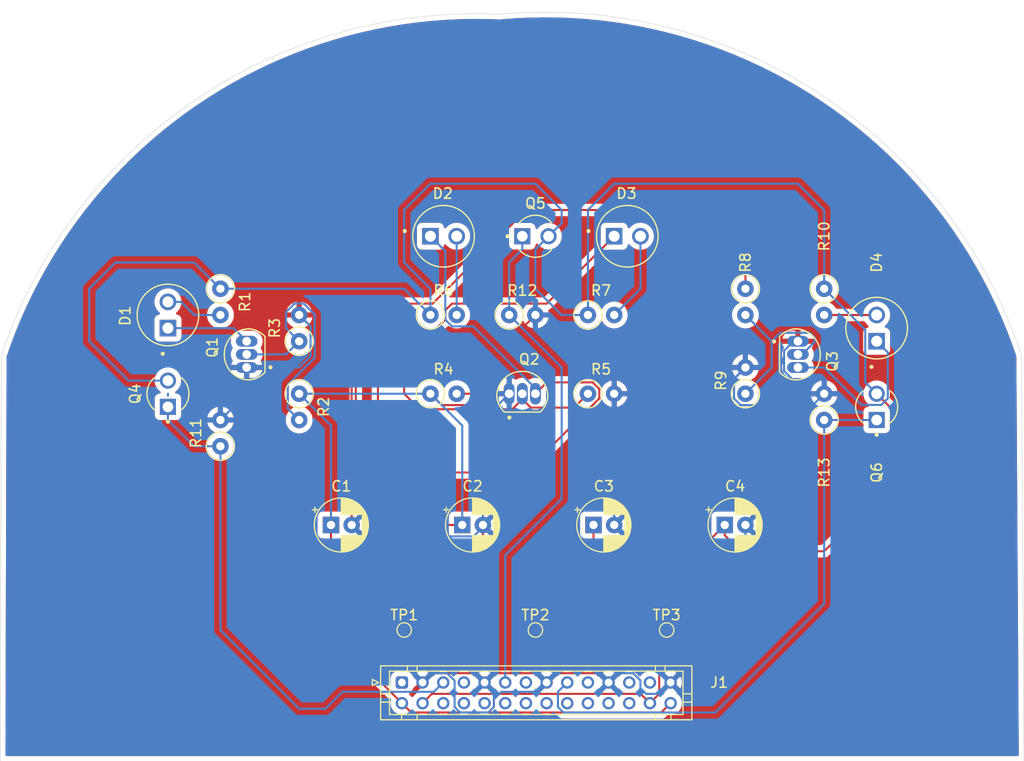
<source format=kicad_pcb>
(kicad_pcb (version 20221018) (generator pcbnew)
  (title_block (title "Micromouse Project (Sensing)") (date "2024-03-23") (rev "0") (comment 1 "@author: Kwanele Mabanga") (comment 2 "@version: 1"))
  (layers (0 "F.Cu" signal) (31 "B.Cu" signal) (34 "B.Paste" user) (35 "F.Paste" user) (36 "B.SilkS" user "B.Silkscreen") (37 "F.SilkS" user "F.Silkscreen") (38 "B.Mask" user) (39 "F.Mask" user) (44 "Edge.Cuts" user))
  (net 0 "")
  (net 1 "+3V3")
  (net 2 "GND")
  (net 3 "+BATT")
  (net 4 "Net-(D1-PadC)")
  (net 5 "Net-(D1-PadA)")
  (net 6 "Net-(D2-PadC)")
  (net 7 "Net-(D2-PadA)")
  (net 8 "Net-(D3-PadA)")
  (net 9 "Net-(D4-PadC)")
  (net 10 "Net-(D4-PadA)")
  (net 12 "/PA3")
  (net 17 "/PA5")
  (net 22 "/PA7")
  (net 30 "Net-(Q1-Pad2)")
  (net 31 "Net-(Q2-Pad2)")
  (net 32 "Net-(Q3-Pad2)")
  (footprint "Connector_JST:JST_PHD_B28B-PHDSS_2x14_P2.00mm_Vertical" (layer "F.Cu") (at 132.844365 101.6)
    (fp_text reference "J1" (at 30.7 0) (layer "F.SilkS"))
    (fp_text value "Conn_02x14_Top_Bottom")
    (pad "1" thru_hole roundrect (at 0 0) (size 1.2 1.2) (drill 0.75) (layers "*.Cu" "*.Mask") (roundrect_rratio 0.2083333333))
    (pad "2" thru_hole circle (at 0 2) (size 1.2 1.2) (drill 0.75) (layers "*.Cu" "*.Mask") (net 1 "+3V3"))
    (pad "3" thru_hole circle (at 2 0) (size 1.2 1.2) (drill 0.75) (layers "*.Cu" "*.Mask") (net 2 "GND"))
    (pad "4" thru_hole circle (at 2 2) (size 1.2 1.2) (drill 0.75) (layers "*.Cu" "*.Mask") (net 3 "+BATT"))
    (pad "5" thru_hole circle (at 4 0) (size 1.2 1.2) (drill 0.75) (layers "*.Cu" "*.Mask") (net 12 "/PA3"))
    (pad "6" thru_hole circle (at 4 2) (size 1.2 1.2) (drill 0.75) (layers "*.Cu" "*.Mask"))
    (pad "7" thru_hole circle (at 6 0) (size 1.2 1.2) (drill 0.75) (layers "*.Cu" "*.Mask"))
    (pad "8" thru_hole circle (at 6 2) (size 1.2 1.2) (drill 0.75) (layers "*.Cu" "*.Mask"))
    (pad "9" thru_hole circle (at 8 0) (size 1.2 1.2) (drill 0.75) (layers "*.Cu" "*.Mask") (net 2 "GND"))
    (pad "10" thru_hole circle (at 8 2) (size 1.2 1.2) (drill 0.75) (layers "*.Cu" "*.Mask"))
    (pad "11" thru_hole circle (at 10 0) (size 1.2 1.2) (drill 0.75) (layers "*.Cu" "*.Mask") (net 17 "/PA5"))
    (pad "12" thru_hole circle (at 10 2) (size 1.2 1.2) (drill 0.75) (layers "*.Cu" "*.Mask"))
    (pad "13" thru_hole circle (at 12 0) (size 1.2 1.2) (drill 0.75) (layers "*.Cu" "*.Mask"))
    (pad "14" thru_hole circle (at 12 2) (size 1.2 1.2) (drill 0.75) (layers "*.Cu" "*.Mask"))
    (pad "15" thru_hole circle (at 14 0) (size 1.2 1.2) (drill 0.75) (layers "*.Cu" "*.Mask") (net 2 "GND"))
    (pad "16" thru_hole circle (at 14 2) (size 1.2 1.2) (drill 0.75) (layers "*.Cu" "*.Mask"))
    (pad "17" thru_hole circle (at 16 0) (size 1.2 1.2) (drill 0.75) (layers "*.Cu" "*.Mask") (net 22 "/PA7"))
    (pad "18" thru_hole circle (at 16 2) (size 1.2 1.2) (drill 0.75) (layers "*.Cu" "*.Mask"))
    (pad "19" thru_hole circle (at 18 0) (size 1.2 1.2) (drill 0.75) (layers "*.Cu" "*.Mask"))
    (pad "20" thru_hole circle (at 18 2) (size 1.2 1.2) (drill 0.75) (layers "*.Cu" "*.Mask"))
    (pad "21" thru_hole circle (at 20 0) (size 1.2 1.2) (drill 0.75) (layers "*.Cu" "*.Mask") (net 2 "GND"))
    (pad "22" thru_hole circle (at 20 2) (size 1.2 1.2) (drill 0.75) (layers "*.Cu" "*.Mask"))
    (pad "23" thru_hole circle (at 22 0) (size 1.2 1.2) (drill 0.75) (layers "*.Cu" "*.Mask"))
    (pad "24" thru_hole circle (at 22 2) (size 1.2 1.2) (drill 0.75) (layers "*.Cu" "*.Mask"))
    (pad "25" thru_hole circle (at 24 0) (size 1.2 1.2) (drill 0.75) (layers "*.Cu" "*.Mask"))
    (pad "26" thru_hole circle (at 24 2) (size 1.2 1.2) (drill 0.75) (layers "*.Cu" "*.Mask") (net 3 "+BATT"))
    (pad "27" thru_hole circle (at 26 0) (size 1.2 1.2) (drill 0.75) (layers "*.Cu" "*.Mask") (net 2 "GND"))
    (pad "28" thru_hole circle (at 26 2) (size 1.2 1.2) (drill 0.75) (layers "*.Cu" "*.Mask") (net 1 "+3V3"))
  )
  (footprint "TestPoint:TestPoint_Pad_D1.0mm" (layer "F.Cu") (at 158.464365 96.52)
    (fp_text reference "TP3" (at 0 -1.448) (layer "F.SilkS"))
    (fp_text value "BATT")
    (pad "1" smd circle (at 0 0) (size 1 1) (layers "F.Cu" "F.Mask") (net 3 "+BATT"))
  )
  (footprint "TEFT4300:XDCR_TEFT4300" (layer "F.Cu") (at 178.784365 74.93 90)
    (fp_text reference "Q6" (at -6.35 0 90) (layer "F.SilkS"))
    (fp_text value "TEFT4300")
    (pad "C" thru_hole circle (at 1.27 0 90) (size 1.56 1.56) (drill 1.04) (layers "*.Cu" "*.Mask") (net 3 "+BATT"))
    (pad "E" thru_hole rect (at -1.27 0 90) (size 1.56 1.56) (drill 1.04) (layers "*.Cu" "*.Mask") (net 22 "/PA7"))
  )
  (footprint "2N3904:TO92127P495H495-3" (layer "F.Cu") (at 144.494365 73.66)
    (fp_text reference "Q2" (at 0.675 -3.33) (layer "F.SilkS"))
    (fp_text value "2N3904")
    (pad "1" thru_hole oval (at -1.27 0) (size 1.04 2.08) (drill 0.84) (layers "*.Cu" "*.Mask") (net 2 "GND"))
    (pad "2" thru_hole oval (at 0 0) (size 1.04 2.08) (drill 0.84) (layers "*.Cu" "*.Mask") (net 31 "Net-(Q2-Pad2)"))
    (pad "3" thru_hole oval (at 1.27 0) (size 1.04 2.08) (drill 0.84) (layers "*.Cu" "*.Mask") (net 6 "Net-(D2-PadC)"))
  )
  (footprint "Resistor_THT:R_Axial_DIN0207_L6.3mm_D2.5mm_P2.54mm_Vertical" (layer "F.Cu") (at 143.224365 66.04)
    (fp_text reference "R12" (at 1.27 -2.37) (layer "F.SilkS"))
    (fp_text value "10k")
    (pad "1" thru_hole circle (at 0 0) (size 1.6 1.6) (drill 0.8) (layers "*.Cu" "*.Mask") (net 17 "/PA5"))
    (pad "2" thru_hole oval (at 2.54 0) (size 1.6 1.6) (drill 0.8) (layers "*.Cu" "*.Mask") (net 2 "GND"))
  )
  (footprint "Resistor_THT:R_Axial_DIN0207_L6.3mm_D2.5mm_P2.54mm_Vertical" (layer "F.Cu") (at 150.844365 66.04)
    (fp_text reference "R7" (at 1.27 -2.37) (layer "F.SilkS"))
    (fp_text value "220")
    (pad "1" thru_hole circle (at 0 0) (size 1.6 1.6) (drill 0.8) (layers "*.Cu" "*.Mask") (net 3 "+BATT"))
    (pad "2" thru_hole oval (at 2.54 0) (size 1.6 1.6) (drill 0.8) (layers "*.Cu" "*.Mask") (net 8 "Net-(D3-PadA)"))
  )
  (footprint "Resistor_THT:R_Axial_DIN0207_L6.3mm_D2.5mm_P2.54mm_Vertical" (layer "F.Cu") (at 115.284365 78.74 90)
    (fp_text reference "R11" (at 1.27 -2.37 90) (layer "F.SilkS"))
    (fp_text value "10k")
    (pad "1" thru_hole circle (at 0 0 90) (size 1.6 1.6) (drill 0.8) (layers "*.Cu" "*.Mask") (net 12 "/PA3"))
    (pad "2" thru_hole oval (at 2.54 0 90) (size 1.6 1.6) (drill 0.8) (layers "*.Cu" "*.Mask") (net 2 "GND"))
  )
  (footprint "Capacitor_THT:CP_Radial_D5.0mm_P2.00mm" (layer "F.Cu") (at 164.084365 86.36)
    (fp_text reference "C4" (at 1 -3.75) (layer "F.SilkS"))
    (fp_text value "4.7u")
    (pad "1" thru_hole rect (at 0 0) (size 1.6 1.6) (drill 0.8) (layers "*.Cu" "*.Mask") (net 3 "+BATT"))
    (pad "2" thru_hole circle (at 2 0) (size 1.6 1.6) (drill 0.8) (layers "*.Cu" "*.Mask") (net 2 "GND"))
  )
  (footprint "Capacitor_THT:CP_Radial_D5.0mm_P2.00mm" (layer "F.Cu") (at 125.984365 86.36)
    (fp_text reference "C1" (at 1 -3.75) (layer "F.SilkS"))
    (fp_text value "4.7u")
    (pad "1" thru_hole rect (at 0 0) (size 1.6 1.6) (drill 0.8) (layers "*.Cu" "*.Mask") (net 1 "+3V3"))
    (pad "2" thru_hole circle (at 2 0) (size 1.6 1.6) (drill 0.8) (layers "*.Cu" "*.Mask") (net 2 "GND"))
  )
  (footprint "TSAL6200:LEDRD254W55D595H900" (layer "F.Cu") (at 136.874365 58.42)
    (fp_text reference "D2" (at -0.075 -4.135) (layer "F.SilkS"))
    (fp_text value "TSAL6200")
    (pad "A" thru_hole circle (at 1.27 0) (size 1.61 1.61) (drill 1.07) (layers "*.Cu" "*.Mask") (net 7 "Net-(D2-PadA)"))
    (pad "C" thru_hole rect (at -1.27 0) (size 1.61 1.61) (drill 1.07) (layers "*.Cu" "*.Mask") (net 6 "Net-(D2-PadC)"))
  )
  (footprint "Resistor_THT:R_Axial_DIN0207_L6.3mm_D2.5mm_P2.54mm_Vertical" (layer "F.Cu") (at 135.604365 73.66)
    (fp_text reference "R4" (at 1.27 -2.37) (layer "F.SilkS"))
    (fp_text value "100")
    (pad "1" thru_hole circle (at 0 0) (size 1.6 1.6) (drill 0.8) (layers "*.Cu" "*.Mask") (net 1 "+3V3"))
    (pad "2" thru_hole oval (at 2.54 0) (size 1.6 1.6) (drill 0.8) (layers "*.Cu" "*.Mask") (net 31 "Net-(Q2-Pad2)"))
  )
  (footprint "Resistor_THT:R_Axial_DIN0207_L6.3mm_D2.5mm_P2.54mm_Vertical" (layer "F.Cu") (at 122.904365 68.58 90)
    (fp_text reference "R3" (at 1.27 -2.37 90) (layer "F.SilkS"))
    (fp_text value "10k")
    (pad "1" thru_hole circle (at 0 0 90) (size 1.6 1.6) (drill 0.8) (layers "*.Cu" "*.Mask") (net 30 "Net-(Q1-Pad2)"))
    (pad "2" thru_hole oval (at 2.54 0 90) (size 1.6 1.6) (drill 0.8) (layers "*.Cu" "*.Mask") (net 2 "GND"))
  )
  (footprint "2N3904:TO92127P495H495-3" (layer "F.Cu") (at 117.824365 69.85 90)
    (fp_text reference "Q1" (at 0.675 -3.33 90) (layer "F.SilkS"))
    (fp_text value "2N3904")
    (pad "1" thru_hole oval (at -1.27 0 90) (size 1.04 2.08) (drill 0.84) (layers "*.Cu" "*.Mask") (net 2 "GND"))
    (pad "2" thru_hole oval (at 0 0 90) (size 1.04 2.08) (drill 0.84) (layers "*.Cu" "*.Mask") (net 30 "Net-(Q1-Pad2)"))
    (pad "3" thru_hole oval (at 1.27 0 90) (size 1.04 2.08) (drill 0.84) (layers "*.Cu" "*.Mask") (net 4 "Net-(D1-PadC)"))
  )
  (footprint "Resistor_THT:R_Axial_DIN0207_L6.3mm_D2.5mm_P2.54mm_Vertical" (layer "F.Cu") (at 166.084365 63.5 -90)
    (fp_text reference "R8" (at -2.54 0 90) (layer "F.SilkS"))
    (fp_text value "100")
    (pad "1" thru_hole circle (at 0 0 270) (size 1.6 1.6) (drill 0.8) (layers "*.Cu" "*.Mask") (net 1 "+3V3"))
    (pad "2" thru_hole oval (at 2.54 0 270) (size 1.6 1.6) (drill 0.8) (layers "*.Cu" "*.Mask") (net 32 "Net-(Q3-Pad2)"))
  )
  (footprint "2N3904:TO92127P495H495-3" (layer "F.Cu") (at 171.164365 69.85 -90)
    (fp_text reference "Q3" (at 0.675 -3.33 90) (layer "F.SilkS"))
    (fp_text value "2N3904")
    (pad "1" thru_hole oval (at -1.27 0 270) (size 1.04 2.08) (drill 0.84) (layers "*.Cu" "*.Mask") (net 2 "GND"))
    (pad "2" thru_hole oval (at 0 0 270) (size 1.04 2.08) (drill 0.84) (layers "*.Cu" "*.Mask") (net 32 "Net-(Q3-Pad2)"))
    (pad "3" thru_hole oval (at 1.27 0 270) (size 1.04 2.08) (drill 0.84) (layers "*.Cu" "*.Mask") (net 9 "Net-(D4-PadC)"))
  )
  (footprint "TestPoint:TestPoint_Pad_D1.0mm" (layer "F.Cu") (at 145.764365 96.52)
    (fp_text reference "TP2" (at 0 -1.448) (layer "F.SilkS"))
    (fp_text value "GND")
    (pad "1" smd circle (at 0 0) (size 1 1) (layers "F.Cu" "F.Mask") (net 2 "GND"))
  )
  (footprint "Resistor_THT:R_Axial_DIN0207_L6.3mm_D2.5mm_P2.54mm_Vertical" (layer "F.Cu") (at 122.904365 73.66 -90)
    (fp_text reference "R2" (at 1.27 -2.37 90) (layer "F.SilkS"))
    (fp_text value "100")
    (pad "1" thru_hole circle (at 0 0 270) (size 1.6 1.6) (drill 0.8) (layers "*.Cu" "*.Mask") (net 1 "+3V3"))
    (pad "2" thru_hole oval (at 2.54 0 270) (size 1.6 1.6) (drill 0.8) (layers "*.Cu" "*.Mask") (net 30 "Net-(Q1-Pad2)"))
  )
  (footprint "TSAL6200:LEDRD254W55D595H900" (layer "F.Cu") (at 154.654365 58.42)
    (fp_text reference "D3" (at -0.075 -4.135) (layer "F.SilkS"))
    (fp_text value "TSAL6200")
    (pad "A" thru_hole circle (at 1.27 0) (size 1.61 1.61) (drill 1.07) (layers "*.Cu" "*.Mask") (net 8 "Net-(D3-PadA)"))
    (pad "C" thru_hole rect (at -1.27 0) (size 1.61 1.61) (drill 1.07) (layers "*.Cu" "*.Mask") (net 6 "Net-(D2-PadC)"))
  )
  (footprint "Resistor_THT:R_Axial_DIN0207_L6.3mm_D2.5mm_P2.54mm_Vertical" (layer "F.Cu") (at 173.704365 76.2 90)
    (fp_text reference "R13" (at -5.08 0 90) (layer "F.SilkS"))
    (fp_text value "10k")
    (pad "1" thru_hole circle (at 0 0 90) (size 1.6 1.6) (drill 0.8) (layers "*.Cu" "*.Mask") (net 22 "/PA7"))
    (pad "2" thru_hole oval (at 2.54 0 90) (size 1.6 1.6) (drill 0.8) (layers "*.Cu" "*.Mask") (net 2 "GND"))
  )
  (footprint "TSAL6200:LEDRD254W55D595H900" (layer "F.Cu") (at 110.204365 66.04 90)
    (fp_text reference "D1" (at -0.075 -4.135 90) (layer "F.SilkS"))
    (fp_text value "TSAL6200")
    (pad "A" thru_hole circle (at 1.27 0 90) (size 1.61 1.61) (drill 1.07) (layers "*.Cu" "*.Mask") (net 5 "Net-(D1-PadA)"))
    (pad "C" thru_hole rect (at -1.27 0 90) (size 1.61 1.61) (drill 1.07) (layers "*.Cu" "*.Mask") (net 4 "Net-(D1-PadC)"))
  )
  (footprint "Resistor_THT:R_Axial_DIN0207_L6.3mm_D2.5mm_P2.54mm_Vertical" (layer "F.Cu") (at 115.284365 63.5 -90)
    (fp_text reference "R1" (at 1.27 -2.37 90) (layer "F.SilkS"))
    (fp_text value "220")
    (pad "1" thru_hole circle (at 0 0 270) (size 1.6 1.6) (drill 0.8) (layers "*.Cu" "*.Mask") (net 3 "+BATT"))
    (pad "2" thru_hole oval (at 2.54 0 270) (size 1.6 1.6) (drill 0.8) (layers "*.Cu" "*.Mask") (net 5 "Net-(D1-PadA)"))
  )
  (footprint "Resistor_THT:R_Axial_DIN0207_L6.3mm_D2.5mm_P2.54mm_Vertical" (layer "F.Cu") (at 173.704365 63.5 -90)
    (fp_text reference "R10" (at -5.08 0 90) (layer "F.SilkS"))
    (fp_text value "220")
    (pad "1" thru_hole circle (at 0 0 270) (size 1.6 1.6) (drill 0.8) (layers "*.Cu" "*.Mask") (net 3 "+BATT"))
    (pad "2" thru_hole oval (at 2.54 0 270) (size 1.6 1.6) (drill 0.8) (layers "*.Cu" "*.Mask") (net 10 "Net-(D4-PadA)"))
  )
  (footprint "TestPoint:TestPoint_Pad_D1.0mm" (layer "F.Cu") (at 133.064365 96.52)
    (fp_text reference "TP1" (at 0 -1.448) (layer "F.SilkS"))
    (fp_text value "3v3")
    (pad "1" smd circle (at 0 0) (size 1 1) (layers "F.Cu" "F.Mask") (net 1 "+3V3"))
  )
  (footprint "Capacitor_THT:CP_Radial_D5.0mm_P2.00mm" (layer "F.Cu") (at 138.684365 86.36)
    (fp_text reference "C2" (at 1 -3.75) (layer "F.SilkS"))
    (fp_text value "0.1u")
    (pad "1" thru_hole rect (at 0 0) (size 1.6 1.6) (drill 0.8) (layers "*.Cu" "*.Mask") (net 1 "+3V3"))
    (pad "2" thru_hole circle (at 2 0) (size 1.6 1.6) (drill 0.8) (layers "*.Cu" "*.Mask") (net 2 "GND"))
  )
  (footprint "TSAL6200:LEDRD254W55D595H900" (layer "F.Cu") (at 178.784365 67.31 90)
    (fp_text reference "D4" (at 6.35 0 90) (layer "F.SilkS"))
    (fp_text value "TSAL6200")
    (pad "A" thru_hole circle (at 1.27 0 90) (size 1.61 1.61) (drill 1.07) (layers "*.Cu" "*.Mask") (net 10 "Net-(D4-PadA)"))
    (pad "C" thru_hole rect (at -1.27 0 90) (size 1.61 1.61) (drill 1.07) (layers "*.Cu" "*.Mask") (net 9 "Net-(D4-PadC)"))
  )
  (footprint "TEFT4300:XDCR_TEFT4300" (layer "F.Cu") (at 110.204365 73.66 90)
    (fp_text reference "Q4" (at 0 -3.175 90) (layer "F.SilkS"))
    (fp_text value "TEFT4300")
    (pad "C" thru_hole circle (at 1.27 0 90) (size 1.56 1.56) (drill 1.04) (layers "*.Cu" "*.Mask") (net 3 "+BATT"))
    (pad "E" thru_hole rect (at -1.27 0 90) (size 1.56 1.56) (drill 1.04) (layers "*.Cu" "*.Mask") (net 12 "/PA3"))
  )
  (footprint "Capacitor_THT:CP_Radial_D5.0mm_P2.00mm" (layer "F.Cu") (at 151.384365 86.36)
    (fp_text reference "C3" (at 1 -3.75) (layer "F.SilkS"))
    (fp_text value "0.1u")
    (pad "1" thru_hole rect (at 0 0) (size 1.6 1.6) (drill 0.8) (layers "*.Cu" "*.Mask") (net 3 "+BATT"))
    (pad "2" thru_hole circle (at 2 0) (size 1.6 1.6) (drill 0.8) (layers "*.Cu" "*.Mask") (net 2 "GND"))
  )
  (footprint "Resistor_THT:R_Axial_DIN0207_L6.3mm_D2.5mm_P2.54mm_Vertical" (layer "F.Cu") (at 150.844365 73.66)
    (fp_text reference "R5" (at 1.27 -2.37) (layer "F.SilkS"))
    (fp_text value "10k")
    (pad "1" thru_hole circle (at 0 0) (size 1.6 1.6) (drill 0.8) (layers "*.Cu" "*.Mask") (net 31 "Net-(Q2-Pad2)"))
    (pad "2" thru_hole oval (at 2.54 0) (size 1.6 1.6) (drill 0.8) (layers "*.Cu" "*.Mask") (net 2 "GND"))
  )
  (footprint "TEFT4300:XDCR_TEFT4300" (layer "F.Cu") (at 145.764365 58.42)
    (fp_text reference "Q5" (at 0 -3.175) (layer "F.SilkS"))
    (fp_text value "TEFT4300")
    (pad "C" thru_hole circle (at 1.27 0) (size 1.56 1.56) (drill 1.04) (layers "*.Cu" "*.Mask") (net 3 "+BATT"))
    (pad "E" thru_hole rect (at -1.27 0) (size 1.56 1.56) (drill 1.04) (layers "*.Cu" "*.Mask") (net 17 "/PA5"))
  )
  (footprint "Resistor_THT:R_Axial_DIN0207_L6.3mm_D2.5mm_P2.54mm_Vertical" (layer "F.Cu") (at 135.604365 66.04)
    (fp_text reference "R6" (at 1.27 -2.37) (layer "F.SilkS"))
    (fp_text value "220")
    (pad "1" thru_hole circle (at 0 0) (size 1.6 1.6) (drill 0.8) (layers "*.Cu" "*.Mask") (net 3 "+BATT"))
    (pad "2" thru_hole oval (at 2.54 0) (size 1.6 1.6) (drill 0.8) (layers "*.Cu" "*.Mask") (net 7 "Net-(D2-PadA)"))
  )
  (footprint "Resistor_THT:R_Axial_DIN0207_L6.3mm_D2.5mm_P2.54mm_Vertical" (layer "F.Cu") (at 166.084365 73.66 90)
    (fp_text reference "R9" (at 1.27 -2.37 90) (layer "F.SilkS"))
    (fp_text value "10k")
    (pad "1" thru_hole circle (at 0 0 90) (size 1.6 1.6) (drill 0.8) (layers "*.Cu" "*.Mask") (net 32 "Net-(Q3-Pad2)"))
    (pad "2" thru_hole oval (at 2.54 0 90) (size 1.6 1.6) (drill 0.8) (layers "*.Cu" "*.Mask") (net 2 "GND"))
  )
  (gr_line (start 93.98 109.22) (end 193.04 109.22) (stroke (width 0.05)) (layer "Edge.Cuts"))
  (gr_arc (start 142.280014 36.944902) (mid 173.288139 44.645712) (end 192.800388 69.945484) (stroke (width 0.05)) (layer "Edge.Cuts"))
  (gr_line (start 94.089293 69.995669) (end 93.98 109.22) (stroke (width 0.05)) (layer "Edge.Cuts"))
  (gr_line (start 193.04 109.22) (end 192.800388 69.945484) (stroke (width 0.05)) (layer "Edge.Cuts"))
  (gr_arc (start 94.089293 69.995669) (mid 112.635855 45.379684) (end 142.280014 36.944902) (stroke (width 0.05)) (layer "Edge.Cuts"))
  (segment (start 110.204365 73.66) (end 110.204365 73.85) (width 0.2) (layer "B.Cu") (net 0))
  (segment (start 136.704365 74.76) (end 135.604365 73.66) (width 0.2) (layer "F.Cu") (net 1))
  (segment (start 133.744365 104.5) (end 157.944365 104.5) (width 0.2) (layer "F.Cu") (net 1))
  (segment (start 157.944365 104.5) (end 158.844365 103.6) (width 0.2) (layer "F.Cu") (net 1))
  (segment (start 131.624365 64.94) (end 128.384365 68.18) (width 0.2) (layer "F.Cu") (net 1))
  (segment (start 135.814365 64.94) (end 131.624365 64.94) (width 0.2) (layer "F.Cu") (net 1))
  (segment (start 139.584365 74.76) (end 136.704365 74.76) (width 0.2) (layer "F.Cu") (net 1))
  (segment (start 128.384365 79.14) (end 135.604365 86.36) (width 0.2) (layer "F.Cu") (net 1))
  (segment (start 135.604365 86.36) (end 138.684365 86.36) (width 0.2) (layer "F.Cu") (net 1))
  (segment (start 144.874365 55.88) (end 135.814365 64.94) (width 0.2) (layer "F.Cu") (net 1))
  (segment (start 133.064365 96.52) (end 130.524365 99.06) (width 0.2) (layer "F.Cu") (net 1))
  (segment (start 130.524365 101.28) (end 132.844365 103.6) (width 0.2) (layer "F.Cu") (net 1))
  (segment (start 163.544365 55.88) (end 144.874365 55.88) (width 0.2) (layer "F.Cu") (net 1))
  (segment (start 125.984365 94.52) (end 125.984365 86.36) (width 0.2) (layer "F.Cu") (net 1))
  (segment (start 132.844365 103.6) (end 133.744365 104.5) (width 0.2) (layer "F.Cu") (net 1))
  (segment (start 130.524365 99.06) (end 125.984365 94.52) (width 0.2) (layer "F.Cu") (net 1))
  (segment (start 166.084365 63.5) (end 166.084365 58.42) (width 0.2) (layer "F.Cu") (net 1))
  (segment (start 166.084365 58.42) (end 163.544365 55.88) (width 0.2) (layer "F.Cu") (net 1))
  (segment (start 128.384365 68.18) (end 128.384365 79.14) (width 0.2) (layer "F.Cu") (net 1))
  (segment (start 130.524365 99.06) (end 130.524365 101.28) (width 0.2) (layer "F.Cu") (net 1))
  (segment (start 138.684365 86.36) (end 138.684365 76.74) (width 0.2) (layer "B.Cu") (net 1))
  (segment (start 125.984365 76.74) (end 125.984365 86.36) (width 0.2) (layer "B.Cu") (net 1))
  (segment (start 138.684365 76.74) (end 135.604365 73.66) (width 0.2) (layer "B.Cu") (net 1))
  (segment (start 122.904365 73.66) (end 135.604365 73.66) (width 0.2) (layer "B.Cu") (net 1))
  (segment (start 122.904365 73.66) (end 125.984365 76.74) (width 0.2) (layer "B.Cu") (net 1))
  (segment (start 135.744365 100.7) (end 139.944365 100.7) (width 0.2) (layer "F.Cu") (net 2))
  (segment (start 122.904365 66.04) (end 127.984365 71.12) (width 0.2) (layer "F.Cu") (net 2))
  (segment (start 127.984365 71.12) (end 127.984365 86.36) (width 0.2) (layer "F.Cu") (net 2))
  (segment (start 147.744365 100.7) (end 151.944365 100.7) (width 0.2) (layer "F.Cu") (net 2))
  (segment (start 146.844365 101.6) (end 148.304365 100.14) (width 0.2) (layer "F.Cu") (net 2))
  (segment (start 150.844365 83.82) (end 151.975735 83.82) (width 0.2) (layer "F.Cu") (net 2))
  (segment (start 151.975735 83.82) (end 153.384365 85.22863) (width 0.2) (layer "F.Cu") (net 2))
  (segment (start 134.844365 101.6) (end 135.744365 100.7) (width 0.2) (layer "F.Cu") (net 2))
  (segment (start 140.684365 91.44) (end 145.764365 96.52) (width 0.2) (layer "F.Cu") (net 2))
  (segment (start 143.224365 68.58) (end 143.224365 73.66) (width 0.2) (layer "F.Cu") (net 2))
  (segment (start 151.944365 100.7) (end 152.844365 101.6) (width 0.2) (layer "F.Cu") (net 2))
  (segment (start 145.944365 100.7) (end 146.844365 101.6) (width 0.2) (layer "F.Cu") (net 2))
  (segment (start 145.764365 96.52) (end 145.764365 100.52) (width 0.2) (layer "F.Cu") (net 2))
  (segment (start 140.684365 86.36) (end 140.684365 91.44) (width 0.2) (layer "F.Cu") (net 2))
  (segment (start 145.764365 100.52) (end 146.844365 101.6) (width 0.2) (layer "F.Cu") (net 2))
  (segment (start 148.304365 86.36) (end 150.844365 83.82) (width 0.2) (layer "F.Cu") (net 2))
  (segment (start 148.304365 100.14) (end 148.304365 86.36) (width 0.2) (layer "F.Cu") (net 2))
  (segment (start 153.384365 85.22863) (end 153.384365 86.36) (width 0.2) (layer "F.Cu") (net 2))
  (segment (start 139.944365 100.7) (end 140.844365 101.6) (width 0.2) (layer "F.Cu") (net 2))
  (segment (start 146.844365 101.6) (end 147.744365 100.7) (width 0.2) (layer "F.Cu") (net 2))
  (segment (start 141.744365 100.7) (end 145.944365 100.7) (width 0.2) (layer "F.Cu") (net 2))
  (segment (start 140.844365 101.6) (end 141.744365 100.7) (width 0.2) (layer "F.Cu") (net 2))
  (segment (start 145.764365 66.04) (end 143.224365 68.58) (width 0.2) (layer "F.Cu") (net 2))
  (segment (start 139.784365 87.46) (end 140.684365 86.56) (width 0.2) (layer "B.Cu") (net 2))
  (segment (start 153.384365 86.36) (end 155.924365 88.9) (width 0.2) (layer "B.Cu") (net 2))
  (segment (start 140.684365 86.36) (end 140.684365 76.2) (width 0.2) (layer "B.Cu") (net 2))
  (segment (start 135.744365 100.7) (end 137.217158 100.7) (width 0.2) (layer "B.Cu") (net 2))
  (segment (start 124.004365 70.02) (end 122.904365 71.12) (width 0.2) (layer "B.Cu") (net 2))
  (segment (start 164.984365 72.22) (end 164.984365 74.115635) (width 0.2) (layer "B.Cu") (net 2))
  (segment (start 140.684365 76.2) (end 143.224365 73.66) (width 0.2) (layer "B.Cu") (net 2))
  (segment (start 124.004365 67.14) (end 124.004365 70.02) (width 0.2) (layer "B.Cu") (net 2))
  (segment (start 172.02471 73.66) (end 169.824365 71.459655) (width 0.2) (layer "B.Cu") (net 2))
  (segment (start 122.904365 66.04) (end 124.004365 67.14) (width 0.2) (layer "B.Cu") (net 2))
  (segment (start 153.744365 100.7) (end 155.217158 100.7) (width 0.2) (layer "B.Cu") (net 2))
  (segment (start 166.084365 71.12) (end 164.984365 72.22) (width 0.2) (layer "B.Cu") (net 2))
  (segment (start 141.744365 103.227207) (end 142.471572 102.5) (width 0.2) (layer "B.Cu") (net 2))
  (segment (start 117.824365 73.66) (end 115.284365 76.2) (width 0.2) (layer "B.Cu") (net 2))
  (segment (start 137.944365 103.972793) (end 138.471572 104.5) (width 0.2) (layer "B.Cu") (net 2))
  (segment (start 172.604365 74.76) (end 173.704365 73.66) (width 0.2) (layer "B.Cu") (net 2))
  (segment (start 117.824365 71.12) (end 117.824365 73.66) (width 0.2) (layer "B.Cu") (net 2))
  (segment (start 157.744365 102.7) (end 158.844365 101.6) (width 0.2) (layer "B.Cu") (net 2))
  (segment (start 152.844365 101.6) (end 153.744365 100.7) (width 0.2) (layer "B.Cu") (net 2))
  (segment (start 166.084365 87.49137) (end 166.084365 86.36) (width 0.2) (layer "B.Cu") (net 2))
  (segment (start 165.62873 74.76) (end 172.604365 74.76) (width 0.2) (layer "B.Cu") (net 2))
  (segment (start 141.217158 104.5) (end 141.744365 103.972793) (width 0.2) (layer "B.Cu") (net 2))
  (segment (start 155.217158 100.7) (end 155.924365 101.407207) (width 0.2) (layer "B.Cu") (net 2))
  (segment (start 127.984365 86.36) (end 129.084365 87.46) (width 0.2) (layer "B.Cu") (net 2))
  (segment (start 141.744365 102.5) (end 141.744365 103.227207) (width 0.2) (layer "B.Cu") (net 2))
  (segment (start 145.944365 102.5) (end 146.844365 101.6) (width 0.2) (layer "B.Cu") (net 2))
  (segment (start 173.704365 73.66) (end 172.02471 73.66) (width 0.2) (layer "B.Cu") (net 2))
  (segment (start 141.744365 103.972793) (end 141.744365 103.227207) (width 0.2) (layer "B.Cu") (net 2))
  (segment (start 129.084365 87.46) (end 139.784365 87.46) (width 0.2) (layer "B.Cu") (net 2))
  (segment (start 137.217158 100.7) (end 137.944365 101.427207) (width 0.2) (layer "B.Cu") (net 2))
  (segment (start 164.675735 88.9) (end 166.084365 87.49137) (width 0.2) (layer "B.Cu") (net 2))
  (segment (start 164.984365 74.115635) (end 165.62873 74.76) (width 0.2) (layer "B.Cu") (net 2))
  (segment (start 169.824365 69.510345) (end 170.75471 68.58) (width 0.2) (layer "B.Cu") (net 2))
  (segment (start 170.75471 68.58) (end 171.164365 68.58) (width 0.2) (layer "B.Cu") (net 2))
  (segment (start 156.471572 102.7) (end 157.744365 102.7) (width 0.2) (layer "B.Cu") (net 2))
  (segment (start 169.824365 71.459655) (end 169.824365 69.510345) (width 0.2) (layer "B.Cu") (net 2))
  (segment (start 155.924365 101.407207) (end 155.924365 102.152793) (width 0.2) (layer "B.Cu") (net 2))
  (segment (start 155.924365 102.152793) (end 156.471572 102.7) (width 0.2) (layer "B.Cu") (net 2))
  (segment (start 140.844365 101.6) (end 141.744365 102.5) (width 0.2) (layer "B.Cu") (net 2))
  (segment (start 153.384365 86.36) (end 153.384365 73.66) (width 0.2) (layer "B.Cu") (net 2))
  (segment (start 153.384365 83.82) (end 166.084365 71.12) (width 0.2) (layer "B.Cu") (net 2))
  (segment (start 137.944365 101.427207) (end 137.944365 103.972793) (width 0.2) (layer "B.Cu") (net 2))
  (segment (start 134.844365 101.6) (end 135.744365 100.7) (width 0.2) (layer "B.Cu") (net 2))
  (segment (start 142.471572 102.5) (end 145.944365 102.5) (width 0.2) (layer "B.Cu") (net 2))
  (segment (start 138.471572 104.5) (end 141.217158 104.5) (width 0.2) (layer "B.Cu") (net 2))
  (segment (start 140.684365 86.56) (end 140.684365 86.36) (width 0.2) (layer "B.Cu") (net 2))
  (segment (start 155.924365 88.9) (end 164.675735 88.9) (width 0.2) (layer "B.Cu") (net 2))
  (segment (start 153.384365 86.36) (end 153.384365 83.82) (width 0.2) (layer "B.Cu") (net 2))
  (segment (start 122.904365 71.12) (end 117.824365 71.12) (width 0.2) (layer "B.Cu") (net 2))
  (segment (start 158.464365 96.52) (end 158.464365 91.98) (width 0.2) (layer "F.Cu") (net 3))
  (segment (start 155.944365 102.7) (end 135.744365 102.7) (width 0.2) (layer "F.Cu") (net 3))
  (segment (start 158.464365 91.98) (end 164.084365 86.36) (width 0.2) (layer "F.Cu") (net 3))
  (segment (start 157.744365 97.24) (end 157.744365 102.7) (width 0.2) (layer "F.Cu") (net 3))
  (segment (start 151.384365 89.44) (end 158.464365 96.52) (width 0.2) (layer "F.Cu") (net 3))
  (segment (start 164.084365 87.36) (end 165.624365 88.9) (width 0.2) (layer "F.Cu") (net 3))
  (segment (start 158.464365 96.52) (end 157.744365 97.24) (width 0.2) (layer "F.Cu") (net 3))
  (segment (start 156.844365 103.6) (end 155.944365 102.7) (width 0.2) (layer "F.Cu") (net 3))
  (segment (start 181.324365 81.28) (end 181.324365 76.2) (width 0.2) (layer "F.Cu") (net 3))
  (segment (start 173.704365 88.9) (end 181.324365 81.28) (width 0.2) (layer "F.Cu") (net 3))
  (segment (start 164.084365 86.36) (end 164.084365 87.36) (width 0.2) (layer "F.Cu") (net 3))
  (segment (start 181.324365 76.2) (end 178.784365 73.66) (width 0.2) (layer "F.Cu") (net 3))
  (segment (start 135.744365 102.7) (end 134.844365 103.6) (width 0.2) (layer "F.Cu") (net 3))
  (segment (start 165.624365 88.9) (end 173.704365 88.9) (width 0.2) (layer "F.Cu") (net 3))
  (segment (start 151.384365 86.36) (end 151.384365 89.44) (width 0.2) (layer "F.Cu") (net 3))
  (segment (start 157.744365 102.7) (end 156.844365 103.6) (width 0.2) (layer "F.Cu") (net 3))
  (segment (start 173.704365 55.88) (end 173.704365 63.5) (width 0.2) (layer "B.Cu") (net 3))
  (segment (start 115.284365 63.5) (end 133.064365 63.5) (width 0.2) (layer "B.Cu") (net 3))
  (segment (start 133.064365 60.96) (end 133.064365 55.88) (width 0.2) (layer "B.Cu") (net 3))
  (segment (start 135.604365 66.04) (end 135.604365 63.5) (width 0.2) (layer "B.Cu") (net 3))
  (segment (start 110.204365 72.39) (end 106.394365 72.39) (width 0.2) (layer "B.Cu") (net 3))
  (segment (start 148.304365 57.15) (end 147.034365 58.42) (width 0.2) (layer "B.Cu") (net 3))
  (segment (start 150.844365 66.04) (end 150.844365 55.88) (width 0.2) (layer "B.Cu") (net 3))
  (segment (start 145.764365 59.69) (end 147.034365 58.42) (width 0.2) (layer "B.Cu") (net 3))
  (segment (start 145.764365 53.34) (end 148.304365 55.88) (width 0.2) (layer "B.Cu") (net 3))
  (segment (start 148.304365 55.88) (end 148.304365 57.15) (width 0.2) (layer "B.Cu") (net 3))
  (segment (start 102.584365 68.58) (end 102.584365 63.5) (width 0.2) (layer "B.Cu") (net 3))
  (segment (start 112.744365 60.96) (end 115.284365 63.5) (width 0.2) (layer "B.Cu") (net 3))
  (segment (start 150.844365 55.88) (end 153.384365 53.34) (width 0.2) (layer "B.Cu") (net 3))
  (segment (start 148.304365 66.04) (end 145.764365 63.5) (width 0.2) (layer "B.Cu") (net 3))
  (segment (start 177.679365 72.555) (end 178.784365 73.66) (width 0.2) (layer "B.Cu") (net 3))
  (segment (start 106.394365 72.39) (end 102.584365 68.58) (width 0.2) (layer "B.Cu") (net 3))
  (segment (start 133.064365 63.5) (end 135.604365 66.04) (width 0.2) (layer "B.Cu") (net 3))
  (segment (start 153.384365 53.34) (end 171.164365 53.34) (width 0.2) (layer "B.Cu") (net 3))
  (segment (start 150.844365 66.04) (end 148.304365 66.04) (width 0.2) (layer "B.Cu") (net 3))
  (segment (start 177.679365 67.475) (end 177.679365 72.555) (width 0.2) (layer "B.Cu") (net 3))
  (segment (start 135.604365 53.34) (end 145.764365 53.34) (width 0.2) (layer "B.Cu") (net 3))
  (segment (start 102.584365 63.5) (end 105.124365 60.96) (width 0.2) (layer "B.Cu") (net 3))
  (segment (start 171.164365 53.34) (end 173.704365 55.88) (width 0.2) (layer "B.Cu") (net 3))
  (segment (start 135.604365 63.5) (end 133.064365 60.96) (width 0.2) (layer "B.Cu") (net 3))
  (segment (start 133.064365 55.88) (end 135.604365 53.34) (width 0.2) (layer "B.Cu") (net 3))
  (segment (start 105.124365 60.96) (end 112.744365 60.96) (width 0.2) (layer "B.Cu") (net 3))
  (segment (start 145.764365 63.5) (end 145.764365 59.69) (width 0.2) (layer "B.Cu") (net 3))
  (segment (start 173.704365 63.5) (end 177.679365 67.475) (width 0.2) (layer "B.Cu") (net 3))
  (segment (start 110.204365 67.31) (end 116.554365 67.31) (width 0.2) (layer "B.Cu") (net 4))
  (segment (start 116.554365 67.31) (end 117.824365 68.58) (width 0.2) (layer "B.Cu") (net 4))
  (segment (start 112.744365 66.04) (end 115.284365 66.04) (width 0.2) (layer "B.Cu") (net 5))
  (segment (start 110.204365 64.77) (end 111.474365 64.77) (width 0.2) (layer "B.Cu") (net 5))
  (segment (start 111.474365 64.77) (end 112.744365 66.04) (width 0.2) (layer "B.Cu") (net 5))
  (segment (start 137.044365 66.495635) (end 130.524365 73.015635) (width 0.2) (layer "F.Cu") (net 6))
  (segment (start 151.944365 73.204365) (end 151.3 72.56) (width 0.2) (layer "F.Cu") (net 6))
  (segment (start 144.78 81.28) (end 151.944365 74.115635) (width 0.2) (layer "F.Cu") (net 6))
  (segment (start 133.064365 81.28) (end 144.78 81.28) (width 0.2) (layer "F.Cu") (net 6))
  (segment (start 146.864365 64.94) (end 137.68873 64.94) (width 0.2) (layer "F.Cu") (net 6))
  (segment (start 137.044365 65.584365) (end 137.044365 66.495635) (width 0.2) (layer "F.Cu") (net 6))
  (segment (start 146.864365 72.56) (end 145.764365 73.66) (width 0.2) (layer "F.Cu") (net 6))
  (segment (start 153.384365 58.42) (end 146.864365 64.94) (width 0.2) (layer "F.Cu") (net 6))
  (segment (start 130.524365 78.74) (end 133.064365 81.28) (width 0.2) (layer "F.Cu") (net 6))
  (segment (start 151.3 72.56) (end 146.864365 72.56) (width 0.2) (layer "F.Cu") (net 6))
  (segment (start 130.524365 73.015635) (end 130.524365 78.74) (width 0.2) (layer "F.Cu") (net 6))
  (segment (start 137.68873 64.94) (end 137.044365 65.584365) (width 0.2) (layer "F.Cu") (net 6))
  (segment (start 151.944365 74.115635) (end 151.944365 73.204365) (width 0.2) (layer "F.Cu") (net 6))
  (segment (start 137.68873 67.14) (end 137.044365 66.495635) (width 0.2) (layer "B.Cu") (net 6))
  (segment (start 145.764365 73.66) (end 145.764365 73.14) (width 0.2) (layer "B.Cu") (net 6))
  (segment (start 139.764365 67.14) (end 137.68873 67.14) (width 0.2) (layer "B.Cu") (net 6))
  (segment (start 145.764365 73.14) (end 139.764365 67.14) (width 0.2) (layer "B.Cu") (net 6))
  (segment (start 137.044365 59.86) (end 135.604365 58.42) (width 0.2) (layer "B.Cu") (net 6))
  (segment (start 137.044365 66.495635) (end 137.044365 59.86) (width 0.2) (layer "B.Cu") (net 6))
  (segment (start 138.144365 58.42) (end 138.144365 66.04) (width 0.2) (layer "B.Cu") (net 7))
  (segment (start 155.924365 63.5) (end 153.384365 66.04) (width 0.2) (layer "B.Cu") (net 8))
  (segment (start 155.924365 58.42) (end 155.924365 63.5) (width 0.2) (layer "B.Cu") (net 8))
  (segment (start 177.324365 74.74) (end 173.704365 71.12) (width 0.2) (layer "B.Cu") (net 9))
  (segment (start 178.784365 68.58) (end 179.864365 69.66) (width 0.2) (layer "B.Cu") (net 9))
  (segment (start 173.704365 71.12) (end 171.164365 71.12) (width 0.2) (layer "B.Cu") (net 9))
  (segment (start 179.231716 74.74) (end 177.324365 74.74) (width 0.2) (layer "B.Cu") (net 9))
  (segment (start 179.864365 74.107351) (end 179.231716 74.74) (width 0.2) (layer "B.Cu") (net 9))
  (segment (start 179.864365 69.66) (end 179.864365 74.107351) (width 0.2) (layer "B.Cu") (net 9))
  (segment (start 178.784365 66.04) (end 173.704365 66.04) (width 0.2) (layer "F.Cu") (net 10))
  (segment (start 110.204365 74.93) (end 110.204365 76.2) (width 0.2) (layer "B.Cu") (net 12))
  (segment (start 135.944365 102.5) (end 136.844365 101.6) (width 0.2) (layer "B.Cu") (net 12))
  (segment (start 127.084365 102.5) (end 135.944365 102.5) (width 0.2) (layer "B.Cu") (net 12))
  (segment (start 112.744365 78.74) (end 115.284365 78.74) (width 0.2) (layer "B.Cu") (net 12))
  (segment (start 122.904365 104.14) (end 125.444365 104.14) (width 0.2) (layer "B.Cu") (net 12))
  (segment (start 110.204365 76.2) (end 112.744365 78.74) (width 0.2) (layer "B.Cu") (net 12))
  (segment (start 115.284365 78.74) (end 115.284365 96.52) (width 0.2) (layer "B.Cu") (net 12))
  (segment (start 125.444365 104.14) (end 127.084365 102.5) (width 0.2) (layer "B.Cu") (net 12))
  (segment (start 115.284365 96.52) (end 122.904365 104.14) (width 0.2) (layer "B.Cu") (net 12))
  (segment (start 148.304365 71.12) (end 148.304365 83.82) (width 0.2) (layer "B.Cu") (net 17))
  (segment (start 144.494365 58.42) (end 144.494365 59.69) (width 0.2) (layer "B.Cu") (net 17))
  (segment (start 142.844365 89.28) (end 142.844365 101.6) (width 0.2) (layer "B.Cu") (net 17))
  (segment (start 144.494365 59.69) (end 143.224365 60.96) (width 0.2) (layer "B.Cu") (net 17))
  (segment (start 143.224365 60.96) (end 143.224365 66.04) (width 0.2) (layer "B.Cu") (net 17))
  (segment (start 143.224365 66.04) (end 148.304365 71.12) (width 0.2) (layer "B.Cu") (net 17))
  (segment (start 148.304365 83.82) (end 142.844365 89.28) (width 0.2) (layer "B.Cu") (net 17))
  (segment (start 148.844365 101.6) (end 147.944365 102.5) (width 0.2) (layer "B.Cu") (net 22))
  (segment (start 147.944365 102.5) (end 147.944365 103.972793) (width 0.2) (layer "B.Cu") (net 22))
  (segment (start 147.944365 103.972793) (end 148.471572 104.5) (width 0.2) (layer "B.Cu") (net 22))
  (segment (start 163.184365 104.5) (end 173.704365 93.98) (width 0.2) (layer "B.Cu") (net 22))
  (segment (start 173.704365 93.98) (end 173.704365 76.2) (width 0.2) (layer "B.Cu") (net 22))
  (segment (start 148.471572 104.5) (end 163.184365 104.5) (width 0.2) (layer "B.Cu") (net 22))
  (segment (start 178.784365 76.2) (end 173.704365 76.2) (width 0.2) (layer "B.Cu") (net 22))
  (segment (start 121.634365 65.754365) (end 121.634365 67.31) (width 0.2) (layer "B.Cu") (net 30))
  (segment (start 121.804365 72.785686) (end 124.404365 70.185686) (width 0.2) (layer "B.Cu") (net 30))
  (segment (start 121.634365 67.31) (end 122.904365 68.58) (width 0.2) (layer "B.Cu") (net 30))
  (segment (start 117.824365 69.85) (end 121.634365 69.85) (width 0.2) (layer "B.Cu") (net 30))
  (segment (start 124.404365 70.185686) (end 124.404365 65.984365) (width 0.2) (layer "B.Cu") (net 30))
  (segment (start 122.904365 76.2) (end 121.804365 75.1) (width 0.2) (layer "B.Cu") (net 30))
  (segment (start 123.36 64.94) (end 122.44873 64.94) (width 0.2) (layer "B.Cu") (net 30))
  (segment (start 121.634365 69.85) (end 122.904365 68.58) (width 0.2) (layer "B.Cu") (net 30))
  (segment (start 121.804365 75.1) (end 121.804365 72.785686) (width 0.2) (layer "B.Cu") (net 30))
  (segment (start 122.44873 64.94) (end 121.634365 65.754365) (width 0.2) (layer "B.Cu") (net 30))
  (segment (start 124.404365 65.984365) (end 123.36 64.94) (width 0.2) (layer "B.Cu") (net 30))
  (segment (start 145.314365 75) (end 144.494365 74.18) (width 0.2) (layer "F.Cu") (net 31))
  (segment (start 144.494365 74.18) (end 143.514365 75.16) (width 0.2) (layer "F.Cu") (net 31))
  (segment (start 135.604365 68.58) (end 138.144365 68.58) (width 0.2) (layer "F.Cu") (net 31))
  (segment (start 133.064365 71.12) (end 135.604365 68.58) (width 0.2) (layer "F.Cu") (net 31))
  (segment (start 140.684365 73.094314) (end 140.118679 73.66) (width 0.2) (layer "F.Cu") (net 31))
  (segment (start 150.844365 73.66) (end 149.504365 75) (width 0.2) (layer "F.Cu") (net 31))
  (segment (start 133.064365 73.66) (end 133.064365 71.12) (width 0.2) (layer "F.Cu") (net 31))
  (segment (start 134.564365 75.16) (end 133.064365 73.66) (width 0.2) (layer "F.Cu") (net 31))
  (segment (start 140.684365 71.12) (end 140.684365 73.094314) (width 0.2) (layer "F.Cu") (net 31))
  (segment (start 149.504365 75) (end 145.314365 75) (width 0.2) (layer "F.Cu") (net 31))
  (segment (start 144.494365 74.18) (end 144.494365 73.66) (width 0.2) (layer "F.Cu") (net 31))
  (segment (start 143.514365 75.16) (end 134.564365 75.16) (width 0.2) (layer "F.Cu") (net 31))
  (segment (start 140.118679 73.66) (end 138.144365 73.66) (width 0.2) (layer "F.Cu") (net 31))
  (segment (start 138.144365 68.58) (end 140.684365 71.12) (width 0.2) (layer "F.Cu") (net 31))
  (segment (start 172.318679 67.76) (end 169.444365 67.76) (width 0.2) (layer "B.Cu") (net 32))
  (segment (start 172.786522 68.227843) (end 172.318679 67.76) (width 0.2) (layer "B.Cu") (net 32))
  (segment (start 169.444365 67.76) (end 168.624365 68.58) (width 0.2) (layer "B.Cu") (net 32))
  (segment (start 171.57402 69.85) (end 172.786522 68.637498) (width 0.2) (layer "B.Cu") (net 32))
  (segment (start 166.084365 66.04) (end 168.624365 68.58) (width 0.2) (layer "B.Cu") (net 32))
  (segment (start 168.624365 68.58) (end 168.624365 71.12) (width 0.2) (layer "B.Cu") (net 32))
  (segment (start 171.164365 69.85) (end 171.57402 69.85) (width 0.2) (layer "B.Cu") (net 32))
  (segment (start 172.786522 68.637498) (end 172.786522 68.227843) (width 0.2) (layer "B.Cu") (net 32))
  (segment (start 168.624365 71.12) (end 166.084365 73.66) (width 0.2) (layer "B.Cu") (net 32))
  (zone (net 2) (net_name "GND") (layer "F.Cu") (connect_pads (clearance 0.5)) (min_thickness 0.25) (fill yes (thermal_gap 0.5) (thermal_bridge_width 0.5))
    (polygon (pts (xy 93.98 35.56) (xy 193.04 35.56) (xy 193.04 109.22) (xy 93.98 109.22)))
  )
  (zone (net 2) (net_name "GND") (layer "B.Cu") (priority 1) (connect_pads (clearance 0.5)) (min_thickness 0.25) (fill yes (thermal_gap 0.5) (thermal_bridge_width 0.5))
    (polygon (pts (xy 93.98 35.56) (xy 193.04 35.56) (xy 193.04 109.22) (xy 93.98 109.22)))
  )
)
</source>
